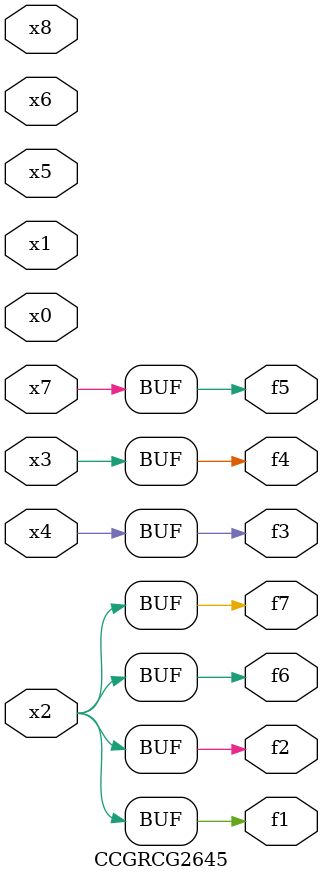
<source format=v>
module CCGRCG2645(
	input x0, x1, x2, x3, x4, x5, x6, x7, x8,
	output f1, f2, f3, f4, f5, f6, f7
);
	assign f1 = x2;
	assign f2 = x2;
	assign f3 = x4;
	assign f4 = x3;
	assign f5 = x7;
	assign f6 = x2;
	assign f7 = x2;
endmodule

</source>
